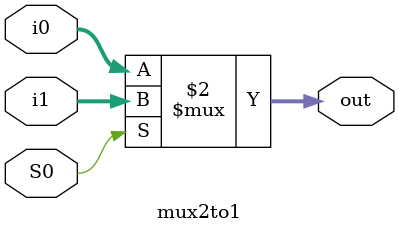
<source format=v>
module	mux2to1 #(parameter size = 2)(input S0, input[size - 1 :0] i1, i0, output [size - 1 :0] out);
		
	assign out = (S0 == 0)? i0 :i1 ;	
endmodule		
</source>
